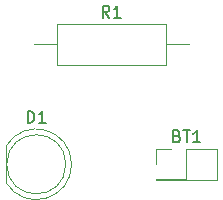
<source format=gbr>
%TF.GenerationSoftware,KiCad,Pcbnew,(6.0.9)*%
%TF.CreationDate,2022-12-17T18:28:14-05:00*%
%TF.ProjectId,test,74657374-2e6b-4696-9361-645f70636258,rev?*%
%TF.SameCoordinates,Original*%
%TF.FileFunction,Legend,Top*%
%TF.FilePolarity,Positive*%
%FSLAX46Y46*%
G04 Gerber Fmt 4.6, Leading zero omitted, Abs format (unit mm)*
G04 Created by KiCad (PCBNEW (6.0.9)) date 2022-12-17 18:28:14*
%MOMM*%
%LPD*%
G01*
G04 APERTURE LIST*
%ADD10C,0.150000*%
%ADD11C,0.120000*%
G04 APERTURE END LIST*
D10*
%TO.C,R1*%
X126833333Y-84092380D02*
X126500000Y-83616190D01*
X126261904Y-84092380D02*
X126261904Y-83092380D01*
X126642857Y-83092380D01*
X126738095Y-83140000D01*
X126785714Y-83187619D01*
X126833333Y-83282857D01*
X126833333Y-83425714D01*
X126785714Y-83520952D01*
X126738095Y-83568571D01*
X126642857Y-83616190D01*
X126261904Y-83616190D01*
X127785714Y-84092380D02*
X127214285Y-84092380D01*
X127500000Y-84092380D02*
X127500000Y-83092380D01*
X127404761Y-83235238D01*
X127309523Y-83330476D01*
X127214285Y-83378095D01*
%TO.C,D1*%
X119911904Y-93012380D02*
X119911904Y-92012380D01*
X120150000Y-92012380D01*
X120292857Y-92060000D01*
X120388095Y-92155238D01*
X120435714Y-92250476D01*
X120483333Y-92440952D01*
X120483333Y-92583809D01*
X120435714Y-92774285D01*
X120388095Y-92869523D01*
X120292857Y-92964761D01*
X120150000Y-93012380D01*
X119911904Y-93012380D01*
X121435714Y-93012380D02*
X120864285Y-93012380D01*
X121150000Y-93012380D02*
X121150000Y-92012380D01*
X121054761Y-92155238D01*
X120959523Y-92250476D01*
X120864285Y-92298095D01*
%TO.C,BT1*%
X132564285Y-94118571D02*
X132707142Y-94166190D01*
X132754761Y-94213809D01*
X132802380Y-94309047D01*
X132802380Y-94451904D01*
X132754761Y-94547142D01*
X132707142Y-94594761D01*
X132611904Y-94642380D01*
X132230952Y-94642380D01*
X132230952Y-93642380D01*
X132564285Y-93642380D01*
X132659523Y-93690000D01*
X132707142Y-93737619D01*
X132754761Y-93832857D01*
X132754761Y-93928095D01*
X132707142Y-94023333D01*
X132659523Y-94070952D01*
X132564285Y-94118571D01*
X132230952Y-94118571D01*
X133088095Y-93642380D02*
X133659523Y-93642380D01*
X133373809Y-94642380D02*
X133373809Y-93642380D01*
X134516666Y-94642380D02*
X133945238Y-94642380D01*
X134230952Y-94642380D02*
X134230952Y-93642380D01*
X134135714Y-93785238D01*
X134040476Y-93880476D01*
X133945238Y-93928095D01*
D11*
%TO.C,R1*%
X133580000Y-86360000D02*
X131620000Y-86360000D01*
X131620000Y-88080000D02*
X131620000Y-84640000D01*
X120420000Y-86360000D02*
X122380000Y-86360000D01*
X131620000Y-84640000D02*
X122380000Y-84640000D01*
X122380000Y-84640000D02*
X122380000Y-88080000D01*
X122380000Y-88080000D02*
X131620000Y-88080000D01*
%TO.C,D1*%
X118090000Y-94975000D02*
X118090000Y-98065000D01*
X118090000Y-98064830D02*
G75*
G03*
X123640000Y-96519538I2560000J1544830D01*
G01*
X123640000Y-96520462D02*
G75*
G03*
X118090000Y-94975170I-2990000J462D01*
G01*
X123150000Y-96520000D02*
G75*
G03*
X123150000Y-96520000I-2500000J0D01*
G01*
%TO.C,BT1*%
X130750000Y-95190000D02*
X132080000Y-95190000D01*
X130750000Y-96520000D02*
X130750000Y-95190000D01*
X130750000Y-97790000D02*
X130750000Y-97850000D01*
X133350000Y-97790000D02*
X133350000Y-95190000D01*
X130750000Y-97790000D02*
X133350000Y-97790000D01*
X133350000Y-95190000D02*
X135950000Y-95190000D01*
X130750000Y-97850000D02*
X135950000Y-97850000D01*
X135950000Y-95190000D02*
X135950000Y-97850000D01*
%TD*%
M02*

</source>
